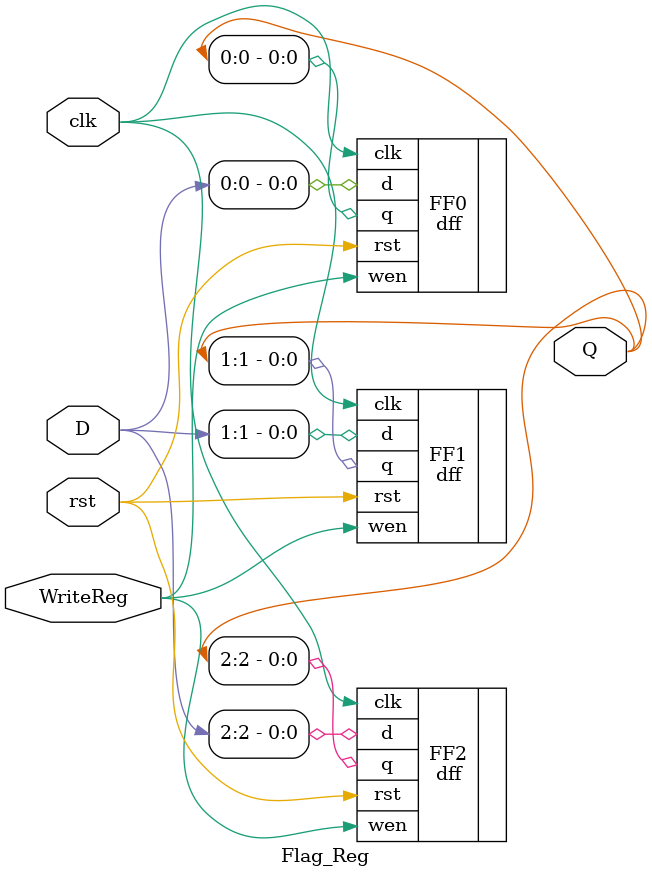
<source format=v>
module Flag_Reg(clk, rst, D, WriteReg, Q);

input clk, rst, WriteReg;
input [2:0] D;

output [2:0] Q;

// Assumption: F = [Z, V, N] = [Zero, Overflow, Negative]

// Instantiate 3 FFs to hold values in reg
dff FF0(.q(Q[0]), .d(D[0]), .wen(WriteReg), .clk(clk), .rst(rst));
dff FF1(.q(Q[1]), .d(D[1]), .wen(WriteReg), .clk(clk), .rst(rst));
dff FF2(.q(Q[2]), .d(D[2]), .wen(WriteReg), .clk(clk), .rst(rst));

endmodule
</source>
